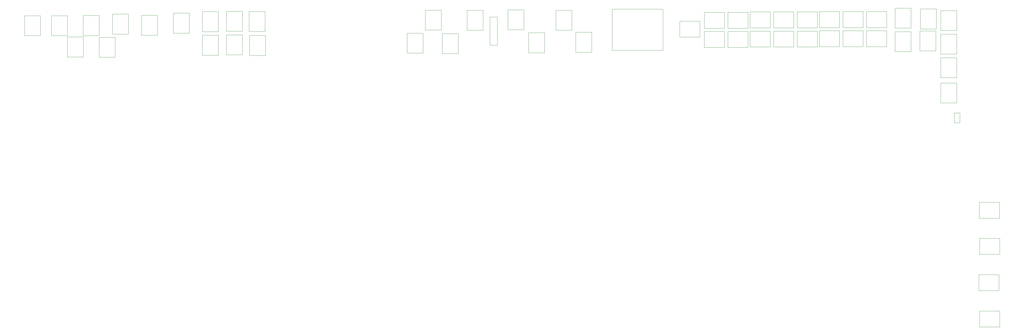
<source format=gbr>
%TF.GenerationSoftware,KiCad,Pcbnew,9.0.2*%
%TF.CreationDate,2025-06-27T23:49:46-07:00*%
%TF.ProjectId,Proj3,50726f6a-332e-46b6-9963-61645f706362,rev?*%
%TF.SameCoordinates,Original*%
%TF.FileFunction,Other,User*%
%FSLAX46Y46*%
G04 Gerber Fmt 4.6, Leading zero omitted, Abs format (unit mm)*
G04 Created by KiCad (PCBNEW 9.0.2) date 2025-06-27 23:49:46*
%MOMM*%
%LPD*%
G01*
G04 APERTURE LIST*
%ADD10C,0.050000*%
G04 APERTURE END LIST*
%TO.C,D111*%
D10*
X252060000Y-213292000D02*
X254560000Y-213292000D01*
X254560000Y-203572000D01*
X252060000Y-203572000D01*
X252060000Y-213292000D01*
%TO.C,D119*%
X420460000Y-292442000D02*
X420460000Y-297942000D01*
X420460000Y-297942000D02*
X427360000Y-297942000D01*
X427360000Y-292442000D02*
X420460000Y-292442000D01*
X427360000Y-297942000D02*
X427360000Y-292442000D01*
%TO.C,D10*%
X91730000Y-203102000D02*
X91730000Y-210002000D01*
X91730000Y-210002000D02*
X97230000Y-210002000D01*
X97230000Y-203102000D02*
X91730000Y-203102000D01*
X97230000Y-210002000D02*
X97230000Y-203102000D01*
%TO.C,D93*%
X365517700Y-201702000D02*
X365517700Y-207202000D01*
X365517700Y-207202000D02*
X372417700Y-207202000D01*
X372417700Y-201702000D02*
X365517700Y-201702000D01*
X372417700Y-207202000D02*
X372417700Y-201702000D01*
%TO.C,D77*%
X357887700Y-201792000D02*
X357887700Y-207292000D01*
X357887700Y-207292000D02*
X364787700Y-207292000D01*
X364787700Y-201792000D02*
X357887700Y-201792000D01*
X364787700Y-207292000D02*
X364787700Y-201792000D01*
%TO.C,D117*%
X391560000Y-200482000D02*
X391560000Y-207382000D01*
X391560000Y-207382000D02*
X397060000Y-207382000D01*
X397060000Y-200482000D02*
X391560000Y-200482000D01*
X397060000Y-207382000D02*
X397060000Y-200482000D01*
%TO.C,D13*%
X274700000Y-201232000D02*
X274700000Y-208132000D01*
X274700000Y-208132000D02*
X280200000Y-208132000D01*
X280200000Y-201232000D02*
X274700000Y-201232000D01*
X280200000Y-208132000D02*
X280200000Y-201232000D01*
%TO.C,D11*%
X407290000Y-201322000D02*
X407290000Y-208222000D01*
X407290000Y-208222000D02*
X412790000Y-208222000D01*
X412790000Y-201322000D02*
X407290000Y-201322000D01*
X412790000Y-208222000D02*
X412790000Y-201322000D01*
%TO.C,D3*%
X420740000Y-279892000D02*
X420740000Y-285392000D01*
X420740000Y-285392000D02*
X427640000Y-285392000D01*
X427640000Y-279892000D02*
X420740000Y-279892000D01*
X427640000Y-285392000D02*
X427640000Y-279892000D01*
%TO.C,D21*%
X122040000Y-202552000D02*
X122040000Y-209452000D01*
X122040000Y-209452000D02*
X127540000Y-209452000D01*
X127540000Y-202552000D02*
X122040000Y-202552000D01*
X127540000Y-209452000D02*
X127540000Y-202552000D01*
%TO.C,D60*%
X142990000Y-202222000D02*
X142990000Y-209122000D01*
X142990000Y-209122000D02*
X148490000Y-209122000D01*
X148490000Y-202222000D02*
X142990000Y-202222000D01*
X148490000Y-209122000D02*
X148490000Y-202222000D01*
%TO.C,D30*%
X381757700Y-208322000D02*
X381757700Y-213822000D01*
X381757700Y-213822000D02*
X388657700Y-213822000D01*
X388657700Y-208322000D02*
X381757700Y-208322000D01*
X388657700Y-213822000D02*
X388657700Y-208322000D01*
%TO.C,D45*%
X111930000Y-203042000D02*
X111930000Y-209942000D01*
X111930000Y-209942000D02*
X117430000Y-209942000D01*
X117430000Y-203042000D02*
X111930000Y-203042000D01*
X117430000Y-209942000D02*
X117430000Y-203042000D01*
%TO.C,D44*%
X349767700Y-201792000D02*
X349767700Y-207292000D01*
X349767700Y-207292000D02*
X356667700Y-207292000D01*
X356667700Y-201792000D02*
X349767700Y-201792000D01*
X356667700Y-207292000D02*
X356667700Y-201792000D01*
%TO.C,D92*%
X223490000Y-209122000D02*
X223490000Y-216022000D01*
X223490000Y-216022000D02*
X228990000Y-216022000D01*
X228990000Y-209122000D02*
X223490000Y-209122000D01*
X228990000Y-216022000D02*
X228990000Y-209122000D01*
%TO.C,D86*%
X334007700Y-201922000D02*
X334007700Y-207422000D01*
X334007700Y-207422000D02*
X340907700Y-207422000D01*
X340907700Y-201922000D02*
X334007700Y-201922000D01*
X340907700Y-207422000D02*
X340907700Y-201922000D01*
%TO.C,D120*%
X420740000Y-304992000D02*
X420740000Y-310492000D01*
X420740000Y-310492000D02*
X427640000Y-310492000D01*
X427640000Y-304992000D02*
X420740000Y-304992000D01*
X427640000Y-310492000D02*
X427640000Y-304992000D01*
%TO.C,D4*%
X341647700Y-201792000D02*
X341647700Y-207292000D01*
X341647700Y-207292000D02*
X348547700Y-207292000D01*
X348547700Y-201792000D02*
X341647700Y-201792000D01*
X348547700Y-207292000D02*
X348547700Y-201792000D01*
%TO.C,D1*%
X341647700Y-208412000D02*
X341647700Y-213912000D01*
X341647700Y-213912000D02*
X348547700Y-213912000D01*
X348547700Y-208412000D02*
X341647700Y-208412000D01*
X348547700Y-213912000D02*
X348547700Y-208412000D01*
%TO.C,D68*%
X169250000Y-209932000D02*
X169250000Y-216832000D01*
X169250000Y-216832000D02*
X174750000Y-216832000D01*
X174750000Y-209932000D02*
X169250000Y-209932000D01*
X174750000Y-216832000D02*
X174750000Y-209932000D01*
%TO.C,D76*%
X161280000Y-209712000D02*
X161280000Y-216612000D01*
X161280000Y-216612000D02*
X166780000Y-216612000D01*
X166780000Y-209712000D02*
X161280000Y-209712000D01*
X166780000Y-216612000D02*
X166780000Y-209712000D01*
%TO.C,D37*%
X106500000Y-210412000D02*
X106500000Y-217312000D01*
X106500000Y-217312000D02*
X112000000Y-217312000D01*
X112000000Y-210412000D02*
X106500000Y-210412000D01*
X112000000Y-217312000D02*
X112000000Y-210412000D01*
%TO.C,D110*%
X235620000Y-209282000D02*
X235620000Y-216182000D01*
X235620000Y-216182000D02*
X241120000Y-216182000D01*
X241120000Y-209282000D02*
X235620000Y-209282000D01*
X241120000Y-216182000D02*
X241120000Y-209282000D01*
%TO.C,D78*%
X407290000Y-217562000D02*
X407290000Y-224462000D01*
X407290000Y-224462000D02*
X412790000Y-224462000D01*
X412790000Y-217562000D02*
X407290000Y-217562000D01*
X412790000Y-224462000D02*
X412790000Y-217562000D01*
%TO.C,D118*%
X420630000Y-267492000D02*
X420630000Y-272992000D01*
X420630000Y-272992000D02*
X427530000Y-272992000D01*
X427530000Y-267492000D02*
X420630000Y-267492000D01*
X427530000Y-272992000D02*
X427530000Y-267492000D01*
%TO.C,D100*%
X258260000Y-201062000D02*
X258260000Y-207962000D01*
X258260000Y-207962000D02*
X263760000Y-207962000D01*
X263760000Y-201062000D02*
X258260000Y-201062000D01*
X263760000Y-207962000D02*
X263760000Y-201062000D01*
%TO.C,D116*%
X229740000Y-201152000D02*
X229740000Y-208052000D01*
X229740000Y-208052000D02*
X235240000Y-208052000D01*
X235240000Y-201152000D02*
X229740000Y-201152000D01*
X235240000Y-208052000D02*
X235240000Y-201152000D01*
%TO.C,D62*%
X373637700Y-208322000D02*
X373637700Y-213822000D01*
X373637700Y-213822000D02*
X380537700Y-213822000D01*
X380537700Y-208322000D02*
X373637700Y-208322000D01*
X380537700Y-213822000D02*
X380537700Y-208322000D01*
%TO.C,D12*%
X117430000Y-210562000D02*
X117430000Y-217462000D01*
X117430000Y-217462000D02*
X122930000Y-217462000D01*
X122930000Y-210562000D02*
X117430000Y-210562000D01*
X122930000Y-217462000D02*
X122930000Y-210562000D01*
%TO.C,D94*%
X365517700Y-208322000D02*
X365517700Y-213822000D01*
X365517700Y-213822000D02*
X372417700Y-213822000D01*
X372417700Y-208322000D02*
X365517700Y-208322000D01*
X372417700Y-213822000D02*
X372417700Y-208322000D01*
%TO.C,D109*%
X161280000Y-201592000D02*
X161280000Y-208492000D01*
X161280000Y-208492000D02*
X166780000Y-208492000D01*
X166780000Y-201592000D02*
X161280000Y-201592000D01*
X166780000Y-208492000D02*
X166780000Y-201592000D01*
%TO.C,SW66*%
X294150000Y-200862000D02*
X294150000Y-215062000D01*
X294150000Y-200862000D02*
X311650000Y-200862000D01*
X311650000Y-215062000D02*
X294150000Y-215062000D01*
X311650000Y-215062000D02*
X311650000Y-200862000D01*
%TO.C,D61*%
X373637700Y-201702000D02*
X373637700Y-207202000D01*
X373637700Y-207202000D02*
X380537700Y-207202000D01*
X380537700Y-201702000D02*
X373637700Y-201702000D01*
X380537700Y-207202000D02*
X380537700Y-201702000D01*
%TO.C,R1*%
X412000000Y-236659500D02*
X413900000Y-236659500D01*
X412000000Y-240019500D02*
X412000000Y-236659500D01*
X413900000Y-236659500D02*
X413900000Y-240019500D01*
X413900000Y-240019500D02*
X412000000Y-240019500D01*
%TO.C,D19*%
X281590000Y-208792000D02*
X281590000Y-215692000D01*
X281590000Y-215692000D02*
X287090000Y-215692000D01*
X287090000Y-208792000D02*
X281590000Y-208792000D01*
X287090000Y-215692000D02*
X287090000Y-208792000D01*
%TO.C,D28*%
X101030000Y-203082000D02*
X101030000Y-209982000D01*
X101030000Y-209982000D02*
X106530000Y-209982000D01*
X106530000Y-203082000D02*
X101030000Y-203082000D01*
X106530000Y-209982000D02*
X106530000Y-203082000D01*
%TO.C,D108*%
X169110000Y-201672000D02*
X169110000Y-208572000D01*
X169110000Y-208572000D02*
X174610000Y-208572000D01*
X174610000Y-201672000D02*
X169110000Y-201672000D01*
X174610000Y-208572000D02*
X174610000Y-201672000D01*
%TO.C,D2*%
X400300000Y-200772000D02*
X400300000Y-207672000D01*
X400300000Y-207672000D02*
X405800000Y-207672000D01*
X405800000Y-200772000D02*
X400300000Y-200772000D01*
X405800000Y-207672000D02*
X405800000Y-200772000D01*
%TO.C,D69*%
X132000000Y-202922000D02*
X132000000Y-209822000D01*
X132000000Y-209822000D02*
X137500000Y-209822000D01*
X137500000Y-202922000D02*
X132000000Y-202922000D01*
X137500000Y-209822000D02*
X137500000Y-202922000D01*
%TO.C,D38*%
X400150000Y-208362000D02*
X400150000Y-215262000D01*
X400150000Y-215262000D02*
X405650000Y-215262000D01*
X405650000Y-208362000D02*
X400150000Y-208362000D01*
X405650000Y-215262000D02*
X405650000Y-208362000D01*
%TO.C,D36*%
X349767700Y-208412000D02*
X349767700Y-213912000D01*
X349767700Y-213912000D02*
X356667700Y-213912000D01*
X356667700Y-208412000D02*
X349767700Y-208412000D01*
X356667700Y-213912000D02*
X356667700Y-208412000D01*
%TO.C,D52*%
X325887700Y-208542000D02*
X325887700Y-214042000D01*
X325887700Y-214042000D02*
X332787700Y-214042000D01*
X332787700Y-208542000D02*
X325887700Y-208542000D01*
X332787700Y-214042000D02*
X332787700Y-208542000D01*
%TO.C,D115*%
X152950000Y-201702000D02*
X152950000Y-208602000D01*
X152950000Y-208602000D02*
X158450000Y-208602000D01*
X158450000Y-201702000D02*
X152950000Y-201702000D01*
X158450000Y-208602000D02*
X158450000Y-201702000D01*
%TO.C,D70*%
X357887700Y-208412000D02*
X357887700Y-213912000D01*
X357887700Y-213912000D02*
X364787700Y-213912000D01*
X364787700Y-208412000D02*
X357887700Y-208412000D01*
X364787700Y-213912000D02*
X364787700Y-208412000D01*
%TO.C,D102*%
X391560000Y-208602000D02*
X391560000Y-215502000D01*
X391560000Y-215502000D02*
X397060000Y-215502000D01*
X397060000Y-208602000D02*
X391560000Y-208602000D01*
X397060000Y-215502000D02*
X397060000Y-208602000D01*
%TO.C,D29*%
X381757700Y-201702000D02*
X381757700Y-207202000D01*
X381757700Y-207202000D02*
X388657700Y-207202000D01*
X388657700Y-201702000D02*
X381757700Y-201702000D01*
X388657700Y-207202000D02*
X388657700Y-201702000D01*
%TO.C,D84*%
X334007700Y-208542000D02*
X334007700Y-214042000D01*
X334007700Y-214042000D02*
X340907700Y-214042000D01*
X340907700Y-208542000D02*
X334007700Y-208542000D01*
X340907700Y-214042000D02*
X340907700Y-208542000D01*
%TO.C,D53*%
X325887700Y-201922000D02*
X325887700Y-207422000D01*
X325887700Y-207422000D02*
X332787700Y-207422000D01*
X332787700Y-201922000D02*
X325887700Y-201922000D01*
X332787700Y-207422000D02*
X332787700Y-201922000D01*
%TO.C,D85*%
X152950000Y-209822000D02*
X152950000Y-216722000D01*
X152950000Y-216722000D02*
X158450000Y-216722000D01*
X158450000Y-209822000D02*
X152950000Y-209822000D01*
X158450000Y-216722000D02*
X158450000Y-209822000D01*
%TO.C,D54*%
X265330000Y-208962000D02*
X265330000Y-215862000D01*
X265330000Y-215862000D02*
X270830000Y-215862000D01*
X270830000Y-208962000D02*
X265330000Y-208962000D01*
X270830000Y-215862000D02*
X270830000Y-208962000D01*
%TO.C,D20*%
X317430000Y-205022000D02*
X317430000Y-210522000D01*
X317430000Y-210522000D02*
X324330000Y-210522000D01*
X324330000Y-205022000D02*
X317430000Y-205022000D01*
X324330000Y-210522000D02*
X324330000Y-205022000D01*
%TO.C,D46*%
X407290000Y-209442000D02*
X407290000Y-216342000D01*
X407290000Y-216342000D02*
X412790000Y-216342000D01*
X412790000Y-209442000D02*
X407290000Y-209442000D01*
X412790000Y-216342000D02*
X412790000Y-209442000D01*
%TO.C,D101*%
X244160000Y-201232000D02*
X244160000Y-208132000D01*
X244160000Y-208132000D02*
X249660000Y-208132000D01*
X249660000Y-201232000D02*
X244160000Y-201232000D01*
X249660000Y-208132000D02*
X249660000Y-201232000D01*
%TO.C,D22*%
X407360000Y-226312000D02*
X407360000Y-233212000D01*
X407360000Y-233212000D02*
X412860000Y-233212000D01*
X412860000Y-226312000D02*
X407360000Y-226312000D01*
X412860000Y-233212000D02*
X412860000Y-226312000D01*
%TD*%
M02*

</source>
